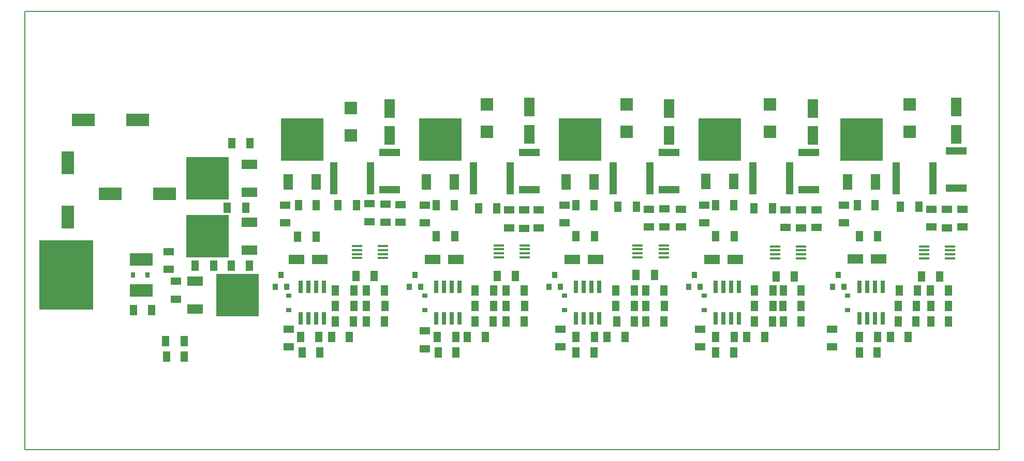
<source format=gbr>
G04 PROTEUS RS274X GERBER FILE*
%FSLAX45Y45*%
%MOMM*%
G01*
%ADD21R,1.193800X5.308600*%
%ADD25R,1.143000X1.803400*%
%ADD26R,1.803400X1.143000*%
%ADD27R,2.108200X2.108200*%
%ADD28R,1.651000X3.048000*%
%ADD29R,3.403600X1.244600*%
%ADD72R,6.985000X6.985000*%
%ADD73R,1.524000X2.540000*%
%ADD30R,0.635000X2.032000*%
%ADD31R,2.540000X1.524000*%
%ADD32R,0.889000X0.635000*%
%ADD33R,0.889000X1.016000*%
%ADD34R,1.778000X0.381000*%
%ADD36R,2.032000X3.810000*%
%ADD37R,0.635000X0.889000*%
%ADD38R,8.890000X11.430000*%
%ADD39R,3.810000X2.032000*%
%ADD40C,0.203200*%
D21*
X-1778000Y+190500D03*
X-2378000Y+190500D03*
D25*
X-4117620Y-292100D03*
X-3817620Y-292100D03*
D26*
X-4960620Y-1498600D03*
X-4960620Y-1798600D03*
D27*
X-2095500Y+1339000D03*
X-2095500Y+889000D03*
D28*
X-1460500Y+889000D03*
X-1460500Y+1333500D03*
D29*
X-1460500Y+610000D03*
X-1460500Y+0D03*
D72*
X-2895600Y+817880D03*
D73*
X-3124200Y+127000D03*
X-2667000Y+127000D03*
D30*
X-2921000Y-2108200D03*
X-2794000Y-2108200D03*
X-2667000Y-2108200D03*
X-2540000Y-2108200D03*
X-2540000Y-1587500D03*
X-2667000Y-1587500D03*
X-2794000Y-1587500D03*
X-2921000Y-1587500D03*
D25*
X-2667000Y-254000D03*
X-2957000Y-254000D03*
D26*
X-3175000Y-254000D03*
X-3175000Y-544000D03*
D25*
X-2967000Y-768350D03*
X-2667000Y-768350D03*
D31*
X-2984500Y-1143000D03*
X-2603500Y-1143000D03*
D32*
X-3111500Y-1968500D03*
X-3111500Y-1733550D03*
D25*
X-2921000Y-2413000D03*
X-2621000Y-2413000D03*
X-2893500Y-2667000D03*
X-2603500Y-2667000D03*
D33*
X-3243580Y-1397000D03*
X-3337560Y-1587500D03*
X-3149600Y-1587500D03*
D26*
X-3111500Y-2286000D03*
X-3111500Y-2576000D03*
X-1790700Y-520700D03*
X-1790700Y-230700D03*
X-1282700Y-531300D03*
X-1282700Y-241300D03*
X-1528800Y-233400D03*
X-1528800Y-533400D03*
D34*
X-2000250Y-925600D03*
X-2000250Y-990600D03*
X-2000250Y-1055600D03*
X-2000250Y-1120600D03*
X-1570250Y-1120600D03*
X-1570250Y-1055600D03*
X-1570250Y-990600D03*
X-1570250Y-925600D03*
D25*
X-2014500Y-1409700D03*
X-1714500Y-1409700D03*
X-1841500Y-2159000D03*
X-1551500Y-2159000D03*
X-1841500Y-1651000D03*
X-1551500Y-1651000D03*
X-2349500Y-2159000D03*
X-2059500Y-2159000D03*
X-2349500Y-1651000D03*
X-2049500Y-1651000D03*
X-2349500Y-1905000D03*
X-2049500Y-1905000D03*
X-1841500Y-1905000D03*
X-1541500Y-1905000D03*
X-2306600Y-254000D03*
X-2006600Y-254000D03*
D72*
X-635000Y+817880D03*
D73*
X-863600Y+127000D03*
X-406400Y+127000D03*
D21*
X+508000Y+190500D03*
X-92000Y+190500D03*
D27*
X+127000Y+1397000D03*
X+127000Y+947000D03*
D28*
X+825500Y+907000D03*
X+825500Y+1351500D03*
D29*
X+825500Y+610000D03*
X+825500Y+0D03*
D34*
X+319300Y-911400D03*
X+319300Y-976400D03*
X+319300Y-1041400D03*
X+319300Y-1106400D03*
X+749300Y-1106400D03*
X+749300Y-1041400D03*
X+749300Y-976400D03*
X+749300Y-911400D03*
D26*
X-889000Y-254000D03*
X-889000Y-544000D03*
D25*
X-408500Y-254000D03*
X-698500Y-254000D03*
X-698500Y-762000D03*
X-398500Y-762000D03*
D31*
X-762000Y-1143000D03*
X-381000Y-1143000D03*
D33*
X-1046480Y-1397000D03*
X-1140460Y-1587500D03*
X-952500Y-1587500D03*
D32*
X-889000Y-1968500D03*
X-889000Y-1733550D03*
D30*
X-698500Y-2108200D03*
X-571500Y-2108200D03*
X-444500Y-2108200D03*
X-317500Y-2108200D03*
X-317500Y-1587500D03*
X-444500Y-1587500D03*
X-571500Y-1587500D03*
X-698500Y-1587500D03*
D26*
X-889000Y-2313500D03*
X-889000Y-2603500D03*
D25*
X-671000Y-2667000D03*
X-381000Y-2667000D03*
X-681000Y-2413000D03*
X-381000Y-2413000D03*
X-10600Y-304800D03*
X+289400Y-304800D03*
D26*
X+736600Y-332300D03*
X+736600Y-632300D03*
X+495300Y-622300D03*
X+495300Y-332300D03*
X+977900Y-622300D03*
X+977900Y-332300D03*
D25*
X+296900Y-1409700D03*
X+596900Y-1409700D03*
X-63500Y-1651000D03*
X+236500Y-1651000D03*
X-63500Y-1905000D03*
X+236500Y-1905000D03*
X-63500Y-2159000D03*
X+226500Y-2159000D03*
X+444500Y-1651000D03*
X+734500Y-1651000D03*
X+444500Y-2159000D03*
X+734500Y-2159000D03*
X+444500Y-1905000D03*
X+744500Y-1905000D03*
D28*
X+3111500Y+889000D03*
X+3111500Y+1333500D03*
D27*
X+2413000Y+1397000D03*
X+2413000Y+947000D03*
D32*
X+1397000Y-1968500D03*
X+1397000Y-1733550D03*
D21*
X+2794000Y+190500D03*
X+2194000Y+190500D03*
D33*
X+1239520Y-1397000D03*
X+1145540Y-1587500D03*
X+1333500Y-1587500D03*
D72*
X+1651000Y+817880D03*
D73*
X+1422400Y+127000D03*
X+1879600Y+127000D03*
D34*
X+2592600Y-909900D03*
X+2592600Y-974900D03*
X+2592600Y-1039900D03*
X+2592600Y-1104900D03*
X+3022600Y-1104900D03*
X+3022600Y-1039900D03*
X+3022600Y-974900D03*
X+3022600Y-909900D03*
D30*
X+1587500Y-2108200D03*
X+1714500Y-2108200D03*
X+1841500Y-2108200D03*
X+1968500Y-2108200D03*
X+1968500Y-1587500D03*
X+1841500Y-1587500D03*
X+1714500Y-1587500D03*
X+1587500Y-1587500D03*
D29*
X+3111500Y+610000D03*
X+3111500Y+0D03*
D25*
X+1587500Y-762000D03*
X+1887500Y-762000D03*
D31*
X+1524000Y-1143000D03*
X+1905000Y-1143000D03*
D26*
X+1397000Y-254000D03*
X+1397000Y-544000D03*
D25*
X+1877500Y-254000D03*
X+1587500Y-254000D03*
X+1587500Y-2667000D03*
X+1877500Y-2667000D03*
D26*
X+1333500Y-2286000D03*
X+1333500Y-2576000D03*
D25*
X+1587500Y-2413000D03*
X+1887500Y-2413000D03*
X+2273300Y-279400D03*
X+2573300Y-279400D03*
D26*
X+3302000Y-607500D03*
X+3302000Y-317500D03*
X+2781300Y-607500D03*
X+2781300Y-317500D03*
X+3030360Y-309740D03*
X+3030360Y-609740D03*
D25*
X+2570200Y-1397000D03*
X+2870200Y-1397000D03*
X+2730500Y-2159000D03*
X+3020500Y-2159000D03*
X+2730500Y-1651000D03*
X+3020500Y-1651000D03*
X+2250000Y-2159000D03*
X+2540000Y-2159000D03*
X+2240000Y-1905000D03*
X+2540000Y-1905000D03*
X+2730500Y-1905000D03*
X+3030500Y-1905000D03*
X+2240000Y-1651000D03*
X+2540000Y-1651000D03*
D28*
X+5461000Y+889000D03*
X+5461000Y+1333500D03*
D27*
X+4762500Y+1397000D03*
X+4762500Y+947000D03*
D32*
X+3683000Y-1968500D03*
X+3683000Y-1733550D03*
D21*
X+5080000Y+190500D03*
X+4480000Y+190500D03*
D33*
X+3525520Y-1397000D03*
X+3431540Y-1587500D03*
X+3619500Y-1587500D03*
D72*
X+3937000Y+825500D03*
D73*
X+3708400Y+134620D03*
X+4165600Y+134620D03*
D33*
X+5875020Y-1397000D03*
X+5781040Y-1587500D03*
X+5969000Y-1587500D03*
D72*
X+6261100Y+817880D03*
D73*
X+6032500Y+127000D03*
X+6489700Y+127000D03*
D29*
X+5397500Y+610000D03*
X+5397500Y+0D03*
X+7810500Y+635000D03*
X+7810500Y+25000D03*
D34*
X+4840500Y-927100D03*
X+4840500Y-992100D03*
X+4840500Y-1057100D03*
X+4840500Y-1122100D03*
X+5270500Y-1122100D03*
X+5270500Y-1057100D03*
X+5270500Y-992100D03*
X+5270500Y-927100D03*
D30*
X+3873500Y-2108200D03*
X+4000500Y-2108200D03*
X+4127500Y-2108200D03*
X+4254500Y-2108200D03*
X+4254500Y-1587500D03*
X+4127500Y-1587500D03*
X+4000500Y-1587500D03*
X+3873500Y-1587500D03*
D34*
X+7278900Y-927100D03*
X+7278900Y-992100D03*
X+7278900Y-1057100D03*
X+7278900Y-1122100D03*
X+7708900Y-1122100D03*
X+7708900Y-1057100D03*
X+7708900Y-992100D03*
X+7708900Y-927100D03*
D30*
X+6223000Y-2108200D03*
X+6350000Y-2108200D03*
X+6477000Y-2108200D03*
X+6604000Y-2108200D03*
X+6604000Y-1587500D03*
X+6477000Y-1587500D03*
X+6350000Y-1587500D03*
X+6223000Y-1587500D03*
D25*
X+3873500Y-2413000D03*
X+4173500Y-2413000D03*
X+3873500Y-762000D03*
X+4173500Y-762000D03*
D31*
X+3810000Y-1143000D03*
X+4191000Y-1143000D03*
D26*
X+3619500Y-2286000D03*
X+3619500Y-2576000D03*
X+3683000Y-254000D03*
X+3683000Y-544000D03*
D25*
X+4163500Y-254000D03*
X+3873500Y-254000D03*
X+3873500Y-2667000D03*
X+4163500Y-2667000D03*
D26*
X+5016500Y-620200D03*
X+5016500Y-330200D03*
X+5524500Y-620200D03*
X+5524500Y-330200D03*
D25*
X+4508500Y-2159000D03*
X+4798500Y-2159000D03*
X+4861280Y-1422400D03*
X+5161280Y-1422400D03*
D26*
X+5270500Y-330200D03*
X+5270500Y-630200D03*
D25*
X+4500600Y-304800D03*
X+4800600Y-304800D03*
X+4980500Y-2159000D03*
X+5270500Y-2159000D03*
X+4980500Y-1651000D03*
X+5270500Y-1651000D03*
X+7393500Y-2159000D03*
X+7683500Y-2159000D03*
X+4508500Y-1905000D03*
X+4808500Y-1905000D03*
X+4970500Y-1905000D03*
X+5270500Y-1905000D03*
X+4508500Y-1651000D03*
X+4808500Y-1651000D03*
D28*
X+7810500Y+907000D03*
X+7810500Y+1351500D03*
D27*
X+7048500Y+1397000D03*
X+7048500Y+947000D03*
D32*
X+6032500Y-1968500D03*
X+6032500Y-1733550D03*
D21*
X+7429500Y+190500D03*
X+6829500Y+190500D03*
D25*
X+6858000Y-1905000D03*
X+7158000Y-1905000D03*
X+6223000Y-762000D03*
X+6523000Y-762000D03*
D31*
X+6159500Y-1135380D03*
X+6540500Y-1135380D03*
D26*
X+5969000Y-254000D03*
X+5969000Y-544000D03*
D25*
X+6477000Y-254000D03*
X+6187000Y-254000D03*
D26*
X+5778500Y-2286000D03*
X+5778500Y-2576000D03*
D25*
X+6223000Y-2667000D03*
X+6513000Y-2667000D03*
X+6223000Y-2413000D03*
X+6523000Y-2413000D03*
X+7239000Y-1422400D03*
X+7539000Y-1422400D03*
X+7383500Y-1651000D03*
X+7683500Y-1651000D03*
D26*
X+7658100Y-322300D03*
X+7658100Y-622300D03*
D25*
X+6875500Y-1651000D03*
X+7175500Y-1651000D03*
X+6896100Y-279400D03*
X+7196100Y-279400D03*
X+7393500Y-1905000D03*
X+7683500Y-1905000D03*
D26*
X+7404100Y-609600D03*
X+7404100Y-319600D03*
X+7912100Y-609600D03*
X+7912100Y-319600D03*
D25*
X+6858000Y-2159000D03*
X+7148000Y-2159000D03*
X-4054120Y-1244600D03*
X-3754120Y-1244600D03*
X-4046500Y+762000D03*
X-3746500Y+762000D03*
X-4826000Y-2476500D03*
X-5126000Y-2476500D03*
D26*
X-5080000Y-1306000D03*
X-5080000Y-1016000D03*
D25*
X-4826000Y-2730500D03*
X-5116000Y-2730500D03*
D72*
X-3952240Y-1727200D03*
D31*
X-4643120Y-1498600D03*
X-4643120Y-1955800D03*
D72*
X-4445000Y-762000D03*
D31*
X-3754120Y-990600D03*
X-3754120Y-533400D03*
D72*
X-4445000Y+190500D03*
D31*
X-3754120Y-38100D03*
X-3754120Y+419100D03*
D25*
X-4643120Y-1244600D03*
X-4343120Y-1244600D03*
X-2413000Y-2413000D03*
X-2123000Y-2413000D03*
X-190500Y-2413000D03*
X+99500Y-2413000D03*
X+2095500Y-2413000D03*
X+2385500Y-2413000D03*
X+4381500Y-2413000D03*
X+4671500Y-2413000D03*
X+6731000Y-2413000D03*
X+7021000Y-2413000D03*
D36*
X-6731000Y-444500D03*
X-6731000Y+444500D03*
D37*
X-5429250Y-1397000D03*
X-5664200Y-1397000D03*
D38*
X-6756400Y-1396216D03*
D39*
X-5524500Y-1650216D03*
X-5524500Y-1142216D03*
D25*
X-5361500Y-1968500D03*
X-5651500Y-1968500D03*
D39*
X-6032500Y-63500D03*
X-5143500Y-63500D03*
X-6477000Y+1143000D03*
X-5588000Y+1143000D03*
D40*
X-7429500Y-4254500D02*
X+8509000Y-4254500D01*
X+8509000Y+2921000D01*
X-7429500Y+2921000D01*
X-7429500Y-4254500D01*
M02*

</source>
